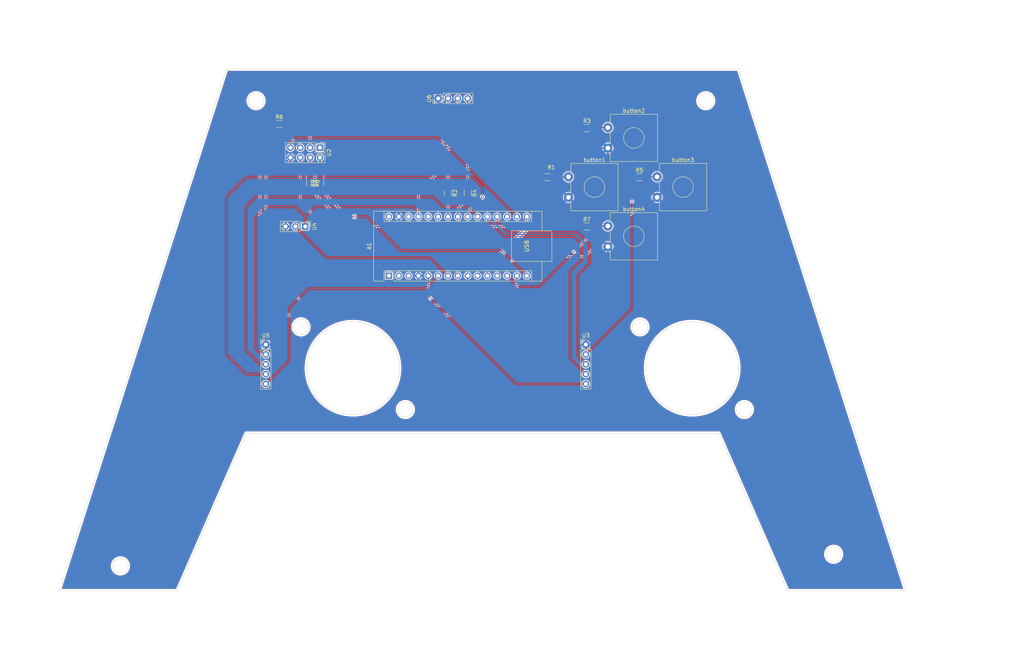
<source format=kicad_pcb>
(kicad_pcb (version 20221018) (generator pcbnew)
  (layers (0 "F.Cu" signal) (31 "B.Cu" signal) (34 "B.Paste" user) (35 "F.Paste" user) (36 "B.SilkS" user "B.Silkscreen") (37 "F.SilkS" user "F.Silkscreen") (38 "B.Mask" user) (39 "F.Mask" user) (44 "Edge.Cuts" user))
  (net 0 "")
  (net 4 "/GND")
  (net 5 "/D2")
  (net 6 "/D3")
  (net 7 "/D4")
  (net 8 "/D5")
  (net 9 "/D6")
  (net 10 "/D7")
  (net 11 "/D8")
  (net 12 "/D9")
  (net 13 "/D10")
  (net 14 "Net-(A1-MOSI)")
  (net 15 "/D12")
  (net 16 "Net-(A1-SCK)")
  (net 17 "/3V3")
  (net 19 "/A1")
  (net 20 "/A2")
  (net 21 "/A3")
  (net 22 "Net-(A1-SDA{slash}A4)")
  (net 23 "Net-(A1-SCL{slash}A5)")
  (net 26 "/5V")
  (net 29 "/A5")
  (net 30 "/A4")
  (net 31 "/D11")
  (net 32 "/D13")
  (net 33 "Net-(U2-MISO)")
  (net 35 "A0")
  (footprint "Button_Switch_THT:SW_CW_GPTS203211B" (layer "F.Cu") (at 197.45 78.63)
    (fp_text reference "button3" (at 6.7 -4.35) (layer "F.SilkS"))
    (fp_text value "R")
    (fp_line (start 0.6 -3.45) (end 12.8 -3.45) (stroke (width 0.12)) (layer "F.SilkS"))
    (fp_line (start 0.6 -1.46) (end 0.6 -3.45) (stroke (width 0.12)) (layer "F.SilkS"))
    (fp_line (start 0.6 1.46) (end 0.6 3.84) (stroke (width 0.12)) (layer "F.SilkS"))
    (fp_line (start 0.6 8.75) (end 0.6 6.76) (stroke (width 0.12)) (layer "F.SilkS"))
    (fp_line (start 12.8 -3.45) (end 12.8 8.75) (stroke (width 0.12)) (layer "F.SilkS"))
    (fp_line (start 12.8 8.75) (end 0.6 8.75) (stroke (width 0.12)) (layer "F.SilkS"))
    (fp_circle (center 6.7 2.65) (end 9.35 2.65) (stroke (width 0.12)) (fill none) (layer "F.SilkS"))
    (pad "1" thru_hole circle (at 0 0) (size 2.4 2.4) (drill 1.2) (layers "*.Cu" "*.Mask") (net 12 "/D9"))
    (pad "2" thru_hole circle (at 0 5.3) (size 2.4 2.4) (drill 1.2) (layers "*.Cu" "*.Mask") (net 4 "/GND"))
  )
  (footprint "Resistor_SMD:R_1206_3216Metric_Pad1.30x1.75mm_HandSolder" (layer "F.Cu") (at 110.49 80.29 90)
    (fp_text reference "R9" (at 0 -1.82 90) (layer "F.SilkS"))
    (fp_text value "330")
    (fp_line (start -0.727064 -0.91) (end 0.727064 -0.91) (stroke (width 0.12)) (layer "F.SilkS"))
    (fp_line (start -0.727064 0.91) (end 0.727064 0.91) (stroke (width 0.12)) (layer "F.SilkS"))
    (pad "1" smd roundrect (at -1.55 0 90) (size 1.3 1.75) (layers "F.Cu" "F.Paste" "F.Mask") (roundrect_rratio 0.1923076923) (net 15 "/D12"))
    (pad "2" smd roundrect (at 1.55 0 90) (size 1.3 1.75) (layers "F.Cu" "F.Paste" "F.Mask") (roundrect_rratio 0.1923076923) (net 33 "Net-(U2-MISO)"))
  )
  (footprint "Resistor_SMD:R_1206_3216Metric_Pad1.30x1.75mm_HandSolder" (layer "F.Cu") (at 100 65)
    (fp_text reference "R6" (at 0 -1.82) (layer "F.SilkS"))
    (fp_text value "330")
    (fp_line (start -0.727064 -0.91) (end 0.727064 -0.91) (stroke (width 0.12)) (layer "F.SilkS"))
    (fp_line (start -0.727064 0.91) (end 0.727064 0.91) (stroke (width 0.12)) (layer "F.SilkS"))
    (pad "1" smd roundrect (at -1.55 0) (size 1.3 1.75) (layers "F.Cu" "F.Paste" "F.Mask") (roundrect_rratio 0.1923076923) (net 14 "Net-(A1-MOSI)"))
    (pad "2" smd roundrect (at 1.55 0) (size 1.3 1.75) (layers "F.Cu" "F.Paste" "F.Mask") (roundrect_rratio 0.1923076923) (net 31 "/D11"))
  )
  (footprint "Connector_PinHeader_2.54mm:PinHeader_2x04_P2.54mm_Vertical" (layer "F.Cu") (at 110.49 71.12 -90)
    (fp_text reference "U2" (at 1.27 -2.33 90) (layer "F.SilkS"))
    (fp_text value "~")
    (fp_line (start -1.33 -1.33) (end 0 -1.33) (stroke (width 0.12)) (layer "F.SilkS"))
    (fp_line (start -1.33 0) (end -1.33 -1.33) (stroke (width 0.12)) (layer "F.SilkS"))
    (fp_line (start -1.33 1.27) (end -1.33 8.95) (stroke (width 0.12)) (layer "F.SilkS"))
    (fp_line (start -1.33 1.27) (end 1.27 1.27) (stroke (width 0.12)) (layer "F.SilkS"))
    (fp_line (start -1.33 8.95) (end 3.87 8.95) (stroke (width 0.12)) (layer "F.SilkS"))
    (fp_line (start 1.27 -1.33) (end 3.87 -1.33) (stroke (width 0.12)) (layer "F.SilkS"))
    (fp_line (start 1.27 1.27) (end 1.27 -1.33) (stroke (width 0.12)) (layer "F.SilkS"))
    (fp_line (start 3.87 -1.33) (end 3.87 8.95) (stroke (width 0.12)) (layer "F.SilkS"))
    (pad "1" thru_hole rect (at 0 0 270) (size 1.7 1.7) (drill 1) (layers "*.Cu" "*.Mask"))
    (pad "2" thru_hole oval (at 2.54 0 270) (size 1.7 1.7) (drill 1) (layers "*.Cu" "*.Mask") (net 33 "Net-(U2-MISO)"))
    (pad "3" thru_hole oval (at 0 2.54 270) (size 1.7 1.7) (drill 1) (layers "*.Cu" "*.Mask") (net 31 "/D11"))
    (pad "4" thru_hole oval (at 2.54 2.54 270) (size 1.7 1.7) (drill 1) (layers "*.Cu" "*.Mask") (net 32 "/D13"))
    (pad "5" thru_hole oval (at 0 5.08 270) (size 1.7 1.7) (drill 1) (layers "*.Cu" "*.Mask") (net 9 "/D6"))
    (pad "6" thru_hole oval (at 2.54 5.08 270) (size 1.7 1.7) (drill 1) (layers "*.Cu" "*.Mask") (net 8 "/D5"))
    (pad "7" thru_hole oval (at 0 7.62 270) (size 1.7 1.7) (drill 1) (layers "*.Cu" "*.Mask") (net 17 "/3V3"))
    (pad "8" thru_hole oval (at 2.54 7.62 270) (size 1.7 1.7) (drill 1) (layers "*.Cu" "*.Mask") (net 4 "/GND"))
  )
  (footprint "Module:Arduino_Nano" (layer "F.Cu") (at 128.27 104.14 90)
    (fp_text reference "A1" (at 7.62 -5.08 90) (layer "F.SilkS"))
    (fp_text value "Arduino_Nano_Every")
    (fp_text user "USB" (at 7.62 35.56 90 unlocked) (layer "F.SilkS"))
    (fp_line (start -1.4 -3.94) (end -1.4 -1.27) (stroke (width 0.12)) (layer "F.SilkS"))
    (fp_line (start -1.4 1.27) (end -1.4 39.5) (stroke (width 0.12)) (layer "F.SilkS"))
    (fp_line (start -1.4 39.5) (end 3.68 39.5) (stroke (width 0.12)) (layer "F.SilkS"))
    (fp_line (start 1.27 -1.27) (end -1.4 -1.27) (stroke (width 0.12)) (layer "F.SilkS"))
    (fp_line (start 1.27 1.27) (end -1.4 1.27) (stroke (width 0.12)) (layer "F.SilkS"))
    (fp_line (start 1.27 1.27) (end 1.27 -1.27) (stroke (width 0.12)) (layer "F.SilkS"))
    (fp_line (start 1.27 1.27) (end 1.27 36.83) (stroke (width 0.12)) (layer "F.SilkS"))
    (fp_line (start 1.27 36.83) (end -1.4 36.83) (stroke (width 0.12)) (layer "F.SilkS"))
    (fp_line (start 3.68 31.62) (end 11.56 31.62) (stroke (width 0.12)) (layer "F.SilkS"))
    (fp_line (start 3.68 42.04) (end 3.68 31.62) (stroke (width 0.12)) (layer "F.SilkS"))
    (fp_line (start 11.56 31.62) (end 11.56 42.04) (stroke (width 0.12)) (layer "F.SilkS"))
    (fp_line (start 11.56 42.04) (end 3.68 42.04) (stroke (width 0.12)) (layer "F.SilkS"))
    (fp_line (start 13.97 -1.27) (end 13.97 36.83) (stroke (width 0.12)) (layer "F.SilkS"))
    (fp_line (start 13.97 -1.27) (end 16.64 -1.27) (stroke (width 0.12)) (layer "F.SilkS"))
    (fp_line (start 13.97 36.83) (end 16.64 36.83) (stroke (width 0.12)) (layer "F.SilkS"))
    (fp_line (start 16.64 -3.94) (end -1.4 -3.94) (stroke (width 0.12)) (layer "F.SilkS"))
    (fp_line (start 16.64 39.5) (end 11.56 39.5) (stroke (width 0.12)) (layer "F.SilkS"))
    (fp_line (start 16.64 39.5) (end 16.64 -3.94) (stroke (width 0.12)) (layer "F.SilkS"))
    (pad "1" thru_hole rect (at 0 0 90) (size 1.6 1.6) (drill 1) (layers "*.Cu" "*.Mask"))
    (pad "2" thru_hole oval (at 0 2.54 90) (size 1.6 1.6) (drill 1) (layers "*.Cu" "*.Mask"))
    (pad "3" thru_hole oval (at 0 5.08 90) (size 1.6 1.6) (drill 1) (layers "*.Cu" "*.Mask"))
    (pad "4" thru_hole oval (at 0 7.62 90) (size 1.6 1.6) (drill 1) (layers "*.Cu" "*.Mask") (net 4 "/GND"))
    (pad "5" thru_hole oval (at 0 10.16 90) (size 1.6 1.6) (drill 1) (layers "*.Cu" "*.Mask") (net 5 "/D2"))
    (pad "6" thru_hole oval (at 0 12.7 90) (size 1.6 1.6) (drill 1) (layers "*.Cu" "*.Mask") (net 6 "/D3"))
    (pad "7" thru_hole oval (at 0 15.24 90) (size 1.6 1.6) (drill 1) (layers "*.Cu" "*.Mask") (net 7 "/D4"))
    (pad "8" thru_hole oval (at 0 17.78 90) (size 1.6 1.6) (drill 1) (layers "*.Cu" "*.Mask") (net 8 "/D5"))
    (pad "9" thru_hole oval (at 0 20.32 90) (size 1.6 1.6) (drill 1) (layers "*.Cu" "*.Mask") (net 9 "/D6"))
    (pad "10" thru_hole oval (at 0 22.86 90) (size 1.6 1.6) (drill 1) (layers "*.Cu" "*.Mask") (net 10 "/D7"))
    (pad "11" thru_hole oval (at 0 25.4 90) (size 1.6 1.6) (drill 1) (layers "*.Cu" "*.Mask") (net 11 "/D8"))
    (pad "12" thru_hole oval (at 0 27.94 90) (size 1.6 1.6) (drill 1) (layers "*.Cu" "*.Mask") (net 12 "/D9"))
    (pad "13" thru_hole oval (at 0 30.48 90) (size 1.6 1.6) (drill 1) (layers "*.Cu" "*.Mask") (net 13 "/D10"))
    (pad "14" thru_hole oval (at 0 33.02 90) (size 1.6 1.6) (drill 1) (layers "*.Cu" "*.Mask") (net 14 "Net-(A1-MOSI)"))
    (pad "15" thru_hole oval (at 0 35.56 90) (size 1.6 1.6) (drill 1) (layers "*.Cu" "*.Mask") (net 15 "/D12"))
    (pad "16" thru_hole oval (at 15.24 35.56 90) (size 1.6 1.6) (drill 1) (layers "*.Cu" "*.Mask") (net 16 "Net-(A1-SCK)"))
    (pad "17" thru_hole oval (at 15.24 33.02 90) (size 1.6 1.6) (drill 1) (layers "*.Cu" "*.Mask") (net 17 "/3V3"))
    (pad "18" thru_hole oval (at 15.24 30.48 90) (size 1.6 1.6) (drill 1) (layers "*.Cu" "*.Mask"))
    (pad "19" thru_hole oval (at 15.24 27.94 90) (size 1.6 1.6) (drill 1) (layers "*.Cu" "*.Mask") (net 35 "A0"))
    (pad "20" thru_hole oval (at 15.24 25.4 90) (size 1.6 1.6) (drill 1) (layers "*.Cu" "*.Mask") (net 19 "/A1"))
    (pad "21" thru_hole oval (at 15.24 22.86 90) (size 1.6 1.6) (drill 1) (layers "*.Cu" "*.Mask") (net 20 "/A2"))
    (pad "22" thru_hole oval (at 15.24 20.32 90) (size 1.6 1.6) (drill 1) (layers "*.Cu" "*.Mask") (net 21 "/A3"))
    (pad "23" thru_hole oval (at 15.24 17.78 90) (size 1.6 1.6) (drill 1) (layers "*.Cu" "*.Mask") (net 22 "Net-(A1-SDA{slash}A4)"))
    (pad "24" thru_hole oval (at 15.24 15.24 90) (size 1.6 1.6) (drill 1) (layers "*.Cu" "*.Mask") (net 23 "Net-(A1-SCL{slash}A5)"))
    (pad "25" thru_hole oval (at 15.24 12.7 90) (size 1.6 1.6) (drill 1) (layers "*.Cu" "*.Mask"))
    (pad "26" thru_hole oval (at 15.24 10.16 90) (size 1.6 1.6) (drill 1) (layers "*.Cu" "*.Mask"))
    (pad "27" thru_hole oval (at 15.24 7.62 90) (size 1.6 1.6) (drill 1) (layers "*.Cu" "*.Mask") (net 26 "/5V"))
    (pad "28" thru_hole oval (at 15.24 5.08 90) (size 1.6 1.6) (drill 1) (layers "*.Cu" "*.Mask"))
    (pad "29" thru_hole oval (at 15.24 2.54 90) (size 1.6 1.6) (drill 1) (layers "*.Cu" "*.Mask") (net 4 "/GND"))
    (pad "30" thru_hole oval (at 15.24 0 90) (size 1.6 1.6) (drill 1) (layers "*.Cu" "*.Mask"))
  )
  (footprint "Resistor_SMD:R_1206_3216Metric_Pad1.30x1.75mm_HandSolder" (layer "F.Cu") (at 192.9 78.74)
    (fp_text reference "R5" (at 0 -1.82) (layer "F.SilkS"))
    (fp_text value "R")
    (fp_line (start -0.727064 -0.91) (end 0.727064 -0.91) (stroke (width 0.12)) (layer "F.SilkS"))
    (fp_line (start -0.727064 0.91) (end 0.727064 0.91) (stroke (width 0.12)) (layer "F.SilkS"))
    (pad "1" smd roundrect (at -1.55 0) (size 1.3 1.75) (layers "F.Cu" "F.Paste" "F.Mask") (roundrect_rratio 0.1923076923) (net 26 "/5V"))
    (pad "2" smd roundrect (at 1.55 0) (size 1.3 1.75) (layers "F.Cu" "F.Paste" "F.Mask") (roundrect_rratio 0.1923076923) (net 12 "/D9"))
  )
  (footprint "Connector_PinHeader_2.54mm:PinHeader_1x05_P2.54mm_Vertical" (layer "F.Cu") (at 179.07 121.92)
    (fp_text reference "U3" (at 0 -2.33) (layer "F.SilkS"))
    (fp_text value "~")
    (fp_line (start -1.33 -1.33) (end 0 -1.33) (stroke (width 0.12)) (layer "F.SilkS"))
    (fp_line (start -1.33 0) (end -1.33 -1.33) (stroke (width 0.12)) (layer "F.SilkS"))
    (fp_line (start -1.33 1.27) (end -1.33 11.49) (stroke (width 0.12)) (layer "F.SilkS"))
    (fp_line (start -1.33 1.27) (end 1.33 1.27) (stroke (width 0.12)) (layer "F.SilkS"))
    (fp_line (start -1.33 11.49) (end 1.33 11.49) (stroke (width 0.12)) (layer "F.SilkS"))
    (fp_line (start 1.33 1.27) (end 1.33 11.49) (stroke (width 0.12)) (layer "F.SilkS"))
    (pad "1" thru_hole rect (at 0 0) (size 1.7 1.7) (drill 1) (layers "*.Cu" "*.Mask") (net 4 "/GND"))
    (pad "2" thru_hole oval (at 0 2.54) (size 1.7 1.7) (drill 1) (layers "*.Cu" "*.Mask") (net 26 "/5V"))
    (pad "3" thru_hole oval (at 0 5.08) (size 1.7 1.7) (drill 1) (layers "*.Cu" "*.Mask") (net 35 "A0"))
    (pad "4" thru_hole oval (at 0 7.62) (size 1.7 1.7) (drill 1) (layers "*.Cu" "*.Mask") (net 19 "/A1"))
    (pad "5" thru_hole oval (at 0 10.16) (size 1.7 1.7) (drill 1) (layers "*.Cu" "*.Mask") (net 5 "/D2"))
  )
  (footprint "Connector_PinHeader_2.54mm:PinHeader_1x05_P2.54mm_Vertical" (layer "F.Cu") (at 96.52 121.92)
    (fp_text reference "U5" (at 0 -2.33) (layer "F.SilkS"))
    (fp_text value "~")
    (fp_line (start -1.33 -1.33) (end 0 -1.33) (stroke (width 0.12)) (layer "F.SilkS"))
    (fp_line (start -1.33 0) (end -1.33 -1.33) (stroke (width 0.12)) (layer "F.SilkS"))
    (fp_line (start -1.33 1.27) (end -1.33 11.49) (stroke (width 0.12)) (layer "F.SilkS"))
    (fp_line (start -1.33 1.27) (end 1.33 1.27) (stroke (width 0.12)) (layer "F.SilkS"))
    (fp_line (start -1.33 11.49) (end 1.33 11.49) (stroke (width 0.12)) (layer "F.SilkS"))
    (fp_line (start 1.33 1.27) (end 1.33 11.49) (stroke (width 0.12)) (layer "F.SilkS"))
    (pad "1" thru_hole rect (at 0 0) (size 1.7 1.7) (drill 1) (layers "*.Cu" "*.Mask") (net 4 "/GND"))
    (pad "2" thru_hole oval (at 0 2.54) (size 1.7 1.7) (drill 1) (layers "*.Cu" "*.Mask") (net 26 "/5V"))
    (pad "3" thru_hole oval (at 0 5.08) (size 1.7 1.7) (drill 1) (layers "*.Cu" "*.Mask") (net 20 "/A2"))
    (pad "4" thru_hole oval (at 0 7.62) (size 1.7 1.7) (drill 1) (layers "*.Cu" "*.Mask") (net 21 "/A3"))
    (pad "5" thru_hole oval (at 0 10.16) (size 1.7 1.7) (drill 1) (layers "*.Cu" "*.Mask") (net 6 "/D3"))
  )
  (footprint "Resistor_SMD:R_1206_3216Metric_Pad1.30x1.75mm_HandSolder" (layer "F.Cu") (at 169.19 78.74)
    (fp_text reference "R1" (at 0.99 -2.54) (layer "F.SilkS"))
    (fp_text value "R")
    (fp_line (start -0.727064 -0.91) (end 0.727064 -0.91) (stroke (width 0.12)) (layer "F.SilkS"))
    (fp_line (start -0.727064 0.91) (end 0.727064 0.91) (stroke (width 0.12)) (layer "F.SilkS"))
    (pad "1" smd roundrect (at -1.55 0) (size 1.3 1.75) (layers "F.Cu" "F.Paste" "F.Mask") (roundrect_rratio 0.1923076923) (net 26 "/5V"))
    (pad "2" smd roundrect (at 1.55 0) (size 1.3 1.75) (layers "F.Cu" "F.Paste" "F.Mask") (roundrect_rratio 0.1923076923) (net 10 "/D7"))
  )
  (footprint "Connector_PinHeader_2.54mm:PinHeader_1x04_P2.54mm_Vertical" (layer "F.Cu") (at 140.97 58.42 90)
    (fp_text reference "U6" (at 0 -2.33 90) (layer "F.SilkS"))
    (fp_text value "~")
    (fp_line (start -1.33 -1.33) (end 0 -1.33) (stroke (width 0.12)) (layer "F.SilkS"))
    (fp_line (start -1.33 0) (end -1.33 -1.33) (stroke (width 0.12)) (layer "F.SilkS"))
    (fp_line (start -1.33 1.27) (end -1.33 8.95) (stroke (width 0.12)) (layer "F.SilkS"))
    (fp_line (start -1.33 1.27) (end 1.33 1.27) (stroke (width 0.12)) (layer "F.SilkS"))
    (fp_line (start -1.33 8.95) (end 1.33 8.95) (stroke (width 0.12)) (layer "F.SilkS"))
    (fp_line (start 1.33 1.27) (end 1.33 8.95) (stroke (width 0.12)) (layer "F.SilkS"))
    (pad "1" thru_hole rect (at 0 0 90) (size 1.7 1.7) (drill 1) (layers "*.Cu" "*.Mask") (net 4 "/GND"))
    (pad "2" thru_hole oval (at 0 2.54 90) (size 1.7 1.7) (drill 1) (layers "*.Cu" "*.Mask") (net 26 "/5V"))
    (pad "3" thru_hole oval (at 0 5.08 90) (size 1.7 1.7) (drill 1) (layers "*.Cu" "*.Mask") (net 29 "/A5"))
    (pad "4" thru_hole oval (at 0 7.62 90) (size 1.7 1.7) (drill 1) (layers "*.Cu" "*.Mask") (net 30 "/A4"))
  )
  (footprint "Resistor_SMD:R_1206_3216Metric_Pad1.30x1.75mm_HandSolder" (layer "F.Cu") (at 143.51 82.83 -90)
    (fp_text reference "R2" (at 0 -1.82 90) (layer "F.SilkS"))
    (fp_text value "330")
    (fp_line (start -0.727064 -0.91) (end 0.727064 -0.91) (stroke (width 0.12)) (layer "F.SilkS"))
    (fp_line (start -0.727064 0.91) (end 0.727064 0.91) (stroke (width 0.12)) (layer "F.SilkS"))
    (pad "1" smd roundrect (at -1.55 0 270) (size 1.3 1.75) (layers "F.Cu" "F.Paste" "F.Mask") (roundrect_rratio 0.1923076923) (net 29 "/A5"))
    (pad "2" smd roundrect (at 1.55 0 270) (size 1.3 1.75) (layers "F.Cu" "F.Paste" "F.Mask") (roundrect_rratio 0.1923076923) (net 23 "Net-(A1-SCL{slash}A5)"))
  )
  (footprint "Resistor_SMD:R_1206_3216Metric_Pad1.30x1.75mm_HandSolder" (layer "F.Cu") (at 107.95 80.29 -90)
    (fp_text reference "R8" (at 0 -1.82 90) (layer "F.SilkS"))
    (fp_text value "330")
    (fp_line (start -0.727064 -0.91) (end 0.727064 -0.91) (stroke (width 0.12)) (layer "F.SilkS"))
    (fp_line (start -0.727064 0.91) (end 0.727064 0.91) (stroke (width 0.12)) (layer "F.SilkS"))
    (pad "1" smd roundrect (at -1.55 0 270) (size 1.3 1.75) (layers "F.Cu" "F.Paste" "F.Mask") (roundrect_rratio 0.1923076923) (net 32 "/D13"))
    (pad "2" smd roundrect (at 1.55 0 270) (size 1.3 1.75) (layers "F.Cu" "F.Paste" "F.Mask") (roundrect_rratio 0.1923076923) (net 16 "Net-(A1-SCK)"))
  )
  (footprint "Button_Switch_THT:SW_CW_GPTS203211B" (layer "F.Cu") (at 184.75 91.33)
    (fp_text reference "button4" (at 6.7 -4.35) (layer "F.SilkS"))
    (fp_text value "R")
    (fp_line (start 0.6 -3.45) (end 12.8 -3.45) (stroke (width 0.12)) (layer "F.SilkS"))
    (fp_line (start 0.6 -1.46) (end 0.6 -3.45) (stroke (width 0.12)) (layer "F.SilkS"))
    (fp_line (start 0.6 1.46) (end 0.6 3.84) (stroke (width 0.12)) (layer "F.SilkS"))
    (fp_line (start 0.6 8.75) (end 0.6 6.76) (stroke (width 0.12)) (layer "F.SilkS"))
    (fp_line (start 12.8 -3.45) (end 12.8 8.75) (stroke (width 0.12)) (layer "F.SilkS"))
    (fp_line (start 12.8 8.75) (end 0.6 8.75) (stroke (width 0.12)) (layer "F.SilkS"))
    (fp_circle (center 6.7 2.65) (end 9.35 2.65) (stroke (width 0.12)) (fill none) (layer "F.SilkS"))
    (pad "1" thru_hole circle (at 0 0) (size 2.4 2.4) (drill 1.2) (layers "*.Cu" "*.Mask") (net 13 "/D10"))
    (pad "2" thru_hole circle (at 0 5.3) (size 2.4 2.4) (drill 1.2) (layers "*.Cu" "*.Mask") (net 4 "/GND"))
  )
  (footprint "Button_Switch_THT:SW_CW_GPTS203211B" (layer "F.Cu") (at 184.75 65.93)
    (fp_text reference "button2" (at 6.7 -4.35) (layer "F.SilkS"))
    (fp_text value "R")
    (fp_line (start 0.6 -3.45) (end 12.8 -3.45) (stroke (width 0.12)) (layer "F.SilkS"))
    (fp_line (start 0.6 -1.46) (end 0.6 -3.45) (stroke (width 0.12)) (layer "F.SilkS"))
    (fp_line (start 0.6 1.46) (end 0.6 3.84) (stroke (width 0.12)) (layer "F.SilkS"))
    (fp_line (start 0.6 8.75) (end 0.6 6.76) (stroke (width 0.12)) (layer "F.SilkS"))
    (fp_line (start 12.8 -3.45) (end 12.8 8.75) (stroke (width 0.12)) (layer "F.SilkS"))
    (fp_line (start 12.8 8.75) (end 0.6 8.75) (stroke (width 0.12)) (layer "F.SilkS"))
    (fp_circle (center 6.7 2.65) (end 9.35 2.65) (stroke (width 0.12)) (fill none) (layer "F.SilkS"))
    (pad "1" thru_hole circle (at 0 0) (size 2.4 2.4) (drill 1.2) (layers "*.Cu" "*.Mask") (net 11 "/D8"))
    (pad "2" thru_hole circle (at 0 5.3) (size 2.4 2.4) (drill 1.2) (layers "*.Cu" "*.Mask") (net 4 "/GND"))
  )
  (footprint "Resistor_SMD:R_1206_3216Metric_Pad1.30x1.75mm_HandSolder" (layer "F.Cu") (at 179.35 91.44)
    (fp_text reference "R7" (at 0 -1.82) (layer "F.SilkS"))
    (fp_text value "R")
    (fp_line (start -0.727064 -0.91) (end 0.727064 -0.91) (stroke (width 0.12)) (layer "F.SilkS"))
    (fp_line (start -0.727064 0.91) (end 0.727064 0.91) (stroke (width 0.12)) (layer "F.SilkS"))
    (pad "1" smd roundrect (at -1.55 0) (size 1.3 1.75) (layers "F.Cu" "F.Paste" "F.Mask") (roundrect_rratio 0.1923076923) (net 26 "/5V"))
    (pad "2" smd roundrect (at 1.55 0) (size 1.3 1.75) (layers "F.Cu" "F.Paste" "F.Mask") (roundrect_rratio 0.1923076923) (net 13 "/D10"))
  )
  (footprint "Resistor_SMD:R_1206_3216Metric_Pad1.30x1.75mm_HandSolder" (layer "F.Cu") (at 148.59 82.83 -90)
    (fp_text reference "R4" (at 0 -1.82 90) (layer "F.SilkS"))
    (fp_text value "330")
    (fp_line (start -0.727064 -0.91) (end 0.727064 -0.91) (stroke (width 0.12)) (layer "F.SilkS"))
    (fp_line (start -0.727064 0.91) (end 0.727064 0.91) (stroke (width 0.12)) (layer "F.SilkS"))
    (pad "1" smd roundrect (at -1.55 0 270) (size 1.3 1.75) (layers "F.Cu" "F.Paste" "F.Mask") (roundrect_rratio 0.1923076923) (net 30 "/A4"))
    (pad "2" smd roundrect (at 1.55 0 270) (size 1.3 1.75) (layers "F.Cu" "F.Paste" "F.Mask") (roundrect_rratio 0.1923076923) (net 22 "Net-(A1-SDA{slash}A4)"))
  )
  (footprint "Connector_PinHeader_2.54mm:PinHeader_1x03_P2.54mm_Vertical" (layer "F.Cu") (at 106.68 91.44 -90)
    (fp_text reference "U4" (at 0 -2.33 90) (layer "F.SilkS"))
    (fp_text value "~")
    (fp_line (start -1.33 -1.33) (end 0 -1.33) (stroke (width 0.12)) (layer "F.SilkS"))
    (fp_line (start -1.33 0) (end -1.33 -1.33) (stroke (width 0.12)) (layer "F.SilkS"))
    (fp_line (start -1.33 1.27) (end -1.33 6.41) (stroke (width 0.12)) (layer "F.SilkS"))
    (fp_line (start -1.33 1.27) (end 1.33 1.27) (stroke (width 0.12)) (layer "F.SilkS"))
    (fp_line (start -1.33 6.41) (end 1.33 6.41) (stroke (width 0.12)) (layer "F.SilkS"))
    (fp_line (start 1.33 1.27) (end 1.33 6.41) (stroke (width 0.12)) (layer "F.SilkS"))
    (pad "1" thru_hole rect (at 0 0 270) (size 1.7 1.7) (drill 1) (layers "*.Cu" "*.Mask") (net 26 "/5V"))
    (pad "2" thru_hole oval (at 0 2.54 270) (size 1.7 1.7) (drill 1) (layers "*.Cu" "*.Mask") (net 7 "/D4"))
    (pad "3" thru_hole oval (at 0 5.08 270) (size 1.7 1.7) (drill 1) (layers "*.Cu" "*.Mask") (net 4 "/GND"))
  )
  (footprint "Resistor_SMD:R_1206_3216Metric_Pad1.30x1.75mm_HandSolder" (layer "F.Cu") (at 179.35 66.04)
    (fp_text reference "R3" (at 0 -1.82) (layer "F.SilkS"))
    (fp_text value "R")
    (fp_line (start -0.727064 -0.91) (end 0.727064 -0.91) (stroke (width 0.12)) (layer "F.SilkS"))
    (fp_line (start -0.727064 0.91) (end 0.727064 0.91) (stroke (width 0.12)) (layer "F.SilkS"))
    (pad "1" smd roundrect (at -1.55 0) (size 1.3 1.75) (layers "F.Cu" "F.Paste" "F.Mask") (roundrect_rratio 0.1923076923) (net 26 "/5V"))
    (pad "2" smd roundrect (at 1.55 0) (size 1.3 1.75) (layers "F.Cu" "F.Paste" "F.Mask") (roundrect_rratio 0.1923076923) (net 11 "/D8"))
  )
  (footprint "Button_Switch_THT:SW_CW_GPTS203211B" (layer "F.Cu") (at 174.59 78.63)
    (fp_text reference "button1" (at 6.7 -4.35) (layer "F.SilkS"))
    (fp_text value "R")
    (fp_line (start 0.6 -3.45) (end 12.8 -3.45) (stroke (width 0.12)) (layer "F.SilkS"))
    (fp_line (start 0.6 -1.46) (end 0.6 -3.45) (stroke (width 0.12)) (layer "F.SilkS"))
    (fp_line (start 0.6 1.46) (end 0.6 3.84) (stroke (width 0.12)) (layer "F.SilkS"))
    (fp_line (start 0.6 8.75) (end 0.6 6.76) (stroke (width 0.12)) (layer "F.SilkS"))
    (fp_line (start 12.8 -3.45) (end 12.8 8.75) (stroke (width 0.12)) (layer "F.SilkS"))
    (fp_line (start 12.8 8.75) (end 0.6 8.75) (stroke (width 0.12)) (layer "F.SilkS"))
    (fp_circle (center 6.7 2.65) (end 9.35 2.65) (stroke (width 0.12)) (fill none) (layer "F.SilkS"))
    (pad "1" thru_hole circle (at 0 0) (size 2.4 2.4) (drill 1.2) (layers "*.Cu" "*.Mask") (net 10 "/D7"))
    (pad "2" thru_hole circle (at 0 5.3) (size 2.4 2.4) (drill 1.2) (layers "*.Cu" "*.Mask") (net 4 "/GND"))
  )
  (gr_circle (center 132.508 138.668) (end 134.508 138.668) (stroke (width 0.1)) (fill none) (layer "Edge.Cuts"))
  (gr_circle (center 119 128) (end 131 128) (stroke (width 0.1)) (fill none) (layer "Edge.Cuts"))
  (gr_circle (center 59 179) (end 61 179) (stroke (width 0.1)) (fill none) (layer "Edge.Cuts"))
  (gr_line (start 91.44 144.78) (end 213.36 144.78) (stroke (width 0.1)) (layer "Edge.Cuts"))
  (gr_line (start 218.44 50.8) (end 261.62 185.42) (stroke (width 0.1)) (layer "Edge.Cuts"))
  (gr_circle (center 210 59) (end 212 59) (stroke (width 0.1)) (fill none) (layer "Edge.Cuts"))
  (gr_line (start 86.36 50.8) (end 43.18 185.42) (stroke (width 0.1)) (layer "Edge.Cuts"))
  (gr_circle (center 94 59) (end 96 59) (stroke (width 0.1)) (fill none) (layer "Edge.Cuts"))
  (gr_circle (center 105.584 117.348) (end 107.584 117.348) (stroke (width 0.1)) (fill none) (layer "Edge.Cuts"))
  (gr_circle (center 193.04 117.348) (end 195.04 117.348) (stroke (width 0.1)) (fill none) (layer "Edge.Cuts"))
  (gr_circle (center 243 176) (end 245 176) (stroke (width 0.1)) (fill none) (layer "Edge.Cuts"))
  (gr_line (start 91.44 144.78) (end 73.66 185.42) (stroke (width 0.1)) (layer "Edge.Cuts"))
  (gr_line (start 86.36 50.8) (end 218.44 50.8) (stroke (width 0.1)) (layer "Edge.Cuts"))
  (gr_circle (center 219.964 138.668) (end 221.964 138.668) (stroke (width 0.1)) (fill none) (layer "Edge.Cuts"))
  (gr_line (start 213.36 144.78) (end 231.14 185.42) (stroke (width 0.1)) (layer "Edge.Cuts"))
  (gr_line (start 43.18 185.42) (end 73.66 185.42) (stroke (width 0.1)) (layer "Edge.Cuts"))
  (gr_line (start 261.62 185.42) (end 231.14 185.42) (stroke (width 0.1)) (layer "Edge.Cuts"))
  (gr_circle (center 206.5 128) (end 218.5 128) (stroke (width 0.1)) (fill none) (layer "Edge.Cuts"))
  (segment (start 140.97 74.93) (end 130.81 85.09) (width 0.25) (layer "F.Cu") (net 4))
  (segment (start 174.59 83.93) (end 184.75 73.77) (width 0.25) (layer "F.Cu") (net 4))
  (segment (start 102.87 73.66) (end 101.6 74.93) (width 0.25) (layer "F.Cu") (net 4))
  (segment (start 130.81 85.09) (end 130.81 88.9) (width 0.25) (layer "F.Cu") (net 4))
  (segment (start 184.75 73.77) (end 184.75 71.23) (width 0.25) (layer "F.Cu") (net 4))
  (segment (start 101.6 74.93) (end 101.6 91.44) (width 0.25) (layer "F.Cu") (net 4))
  (segment (start 140.97 58.42) (end 140.97 74.93) (width 0.25) (layer "F.Cu") (net 4))
  (segment (start 197.45 83.93) (end 184.75 96.63) (width 0.25) (layer "F.Cu") (net 4))
  (segment (start 197.45 83.93) (end 184.75 71.23) (width 0.25) (layer "B.Cu") (net 4))
  (segment (start 184.75 96.63) (end 184.75 116.24) (width 0.25) (layer "B.Cu") (net 4))
  (segment (start 154 56) (end 143.39 56) (width 0.25) (layer "B.Cu") (net 4))
  (segment (start 96.52 115.824) (end 96.52 121.92) (width 0.25) (layer "B.Cu") (net 4))
  (segment (start 184.75 71.23) (end 169.23 71.23) (width 0.25) (layer "B.Cu") (net 4))
  (segment (start 101.6 91.44) (end 101.6 110.744) (width 0.25) (layer "B.Cu") (net 4))
  (segment (start 101.6 110.744) (end 96.52 115.824) (width 0.25) (layer "B.Cu") (net 4))
  (segment (start 143.39 56) (end 140.97 58.42) (width 0.25) (layer "B.Cu") (net 4))
  (segment (start 169.23 71.23) (end 154 56) (width 0.25) (layer "B.Cu") (net 4))
  (segment (start 184.75 116.24) (end 179.07 121.92) (width 0.25) (layer "B.Cu") (net 4))
  (segment (start 138.43 104.14) (end 138.43 109.43) (width 0.2) (layer "F.Cu") (net 5))
  (segment (start 138.43 109.43) (end 139 110) (width 0.2) (layer "F.Cu") (net 5))
  (via (at 139 110) (size 0.6) (drill 0.3) (layers "F.Cu" "B.Cu") (net 5))
  (segment (start 179.07 132.08) (end 161.08 132.08) (width 0.2) (layer "B.Cu") (net 5))
  (segment (start 161.08 132.08) (end 139 110) (width 0.2) (layer "B.Cu") (net 5))
  (segment (start 102.5 112.5) (end 107.5 107.5) (width 0.2) (layer "B.Cu") (net 6))
  (segment (start 107.5 107.5) (end 137.61 107.5) (width 0.2) (layer "B.Cu") (net 6))
  (segment (start 102.5 126.1) (end 102.5 112.5) (width 0.2) (layer "B.Cu") (net 6))
  (segment (start 96.52 132.08) (end 102.5 126.1) (width 0.2) (layer "B.Cu") (net 6))
  (segment (start 137.61 107.5) (end 140.97 104.14) (width 0.2) (layer "B.Cu") (net 6))
  (segment (start 104.14 91.44) (end 112.2 99.5) (width 0.2) (layer "B.Cu") (net 7))
  (segment (start 112.2 99.5) (end 138.87 99.5) (width 0.2) (layer "B.Cu") (net 7))
  (segment (start 140.97 101.6) (end 143.51 104.14) (width 0.25) (layer "B.Cu") (net 7))
  (segment (start 138.87 99.5) (end 140.97 101.6) (width 0.2) (layer "B.Cu") (net 7))
  (segment (start 118.92 98.6) (end 105.41 85.09) (width 0.25) (layer "F.Cu") (net 8))
  (segment (start 140.51 98.6) (end 118.92 98.6) (width 0.25) (layer "F.Cu") (net 8))
  (segment (start 146.05 104.14) (end 140.51 98.6) (width 0.25) (layer "F.Cu") (net 8))
  (segment (start 105.41 85.09) (end 105.41 73.66) (width 0.25) (layer "F.Cu") (net 8))
  (segment (start 106.68 111.76) (end 142.24 111.76) (width 0.25) (layer "F.Cu") (net 9))
  (segment (start 102.87 68.58) (end 99.06 68.58) (width 0.25) (layer "F.Cu") (net 9))
  (segment (start 105.41 71.12) (end 102.87 68.58) (width 0.25) (layer "F.Cu") (net 9))
  (segment (start 148.59 105.41) (end 148.59 104.14) (width 0.25) (layer "F.Cu") (net 9))
  (segment (start 96.52 101.6) (end 106.68 111.76) (width 0.25) (layer "F.Cu") (net 9))
  (segment (start 142.24 111.76) (end 148.59 105.41) (width 0.25) (layer "F.Cu") (net 9))
  (segment (start 99.06 68.58) (end 96.52 71.12) (width 0.25) (layer "F.Cu") (net 9))
  (segment (start 96.52 71.12) (end 96.52 101.6) (width 0.25) (layer "F.Cu") (net 9))
  (segment (start 174.59 78.63) (end 170.85 78.63) (width 0.25) (layer "F.Cu") (net 10))
  (segment (start 170.74 84.53) (end 170.74 78.74) (width 0.2) (layer "F.Cu") (net 10))
  (segment (start 151.13 104.14) (end 170.74 84.53) (width 0.2) (layer "F.Cu") (net 10))
  (segment (start 170.74 78.74) (end 170.688 78.792) (width 0.25) (layer "F.Cu") (net 10))
  (segment (start 153.67 104.14) (end 153.67 102.728679) (width 0.2) (layer "F.Cu") (net 11))
  (segment (start 177 79) (end 177 69.94) (width 0.2) (layer "F.Cu") (net 11))
  (segment (start 172 82.161321) (end 173.161321 81) (width 0.2) (layer "F.Cu") (net 11))
  (segment (start 180.9 66.04) (end 180.848 65.988) (width 0.25) (layer "F.Cu") (net 11))
  (segment (start 175 81) (end 177 79) (width 0.2) (layer "F.Cu") (net 11))
  (segment (start 153.67 102.728679) (end 172 84.398679) (width 0.2) (layer "F.Cu") (net 11))
  (segment (start 172 84.398679) (end 172 82.161321) (width 0.2) (layer "F.Cu") (net 11))
  (segment (start 181.01 65.93) (end 184.75 65.93) (width 0.25) (layer "F.Cu") (net 11))
  (segment (start 177 69.94) (end 180.9 66.04) (width 0.2) (layer "F.Cu") (net 11))
  (segment (start 173.161321 81) (end 175 81) (width 0.2) (layer "F.Cu") (net 11))
  (segment (start 194.45 84.55) (end 194.45 84.442) (width 0.2) (layer "F.Cu") (net 12))
  (segment (start 185 94) (end 194.45 84.55) (width 0.2) (layer "F.Cu") (net 12))
  (segment (start 194.56 78.63) (end 197.45 78.63) (width 0.25) (layer "F.Cu") (net 12))
  (segment (start 184 94) (end 178.825 99.175) (width 0.2) (layer "F.Cu") (net 12))
  (segment (start 185 94) (end 184 94) (width 0.2) (layer "F.Cu") (net 12))
  (segment (start 156.21 104.14) (end 161.175 99.175) (width 0.2) (layer "F.Cu") (net 12))
  (segment (start 194.45 78.74) (end 194.56 78.63) (width 0.25) (layer "F.Cu") (net 12))
  (segment (start 194.45 78.74) (end 194.45 84.442) (width 0.25) (layer "F.Cu") (net 12))
  (segment (start 178.825 99.175) (end 161.175 99.175) (width 0.2) (layer "F.Cu") (net 12))
  (segment (start 179 95) (end 176 98) (width 0.2) (layer "F.Cu") (net 13))
  (segment (start 179 95) (end 180.9 93.1) (width 0.2) (layer "F.Cu") (net 13))
  (segment (start 180.9 93.1) (end 180.9 91.44) (width 0.2) (layer "F.Cu") (net 13))
  (segment (start 181.01 91.33) (end 180.9 91.44) (width 0.25) (layer "F.Cu") (net 13))
  (segment (start 184.75 91.33) (end 181.01 91.33) (width 0.25) (layer "F.Cu") (net 13))
  (via (at 176 98) (size 0.6) (drill 0.3) (layers "F.Cu" "B.Cu") (net 13))
  (segment (start 161.61 107) (end 167 107) (width 0.2) (layer "B.Cu") (net 13))
  (segment (start 176 98) (end 167 107) (width 0.2) (layer "B.Cu") (net 13))
  (segment (start 158.75 104.14) (end 161.61 107) (width 0.2) (layer "B.Cu") (net 13))
  (segment (start 101.8 114.3) (end 104.14 114.3) (width 0.25) (layer "F.Cu") (net 14))
  (segment (start 95 68.45) (end 95 107.5) (width 0.25) (layer "F.Cu") (net 14))
  (segment (start 104.14 114.3) (end 151.13 114.3) (width 0.25) (layer "F.Cu") (net 14))
  (segment (start 157.1 114.3) (end 151.13 114.3) (width 0.2) (layer "F.Cu") (net 14))
  (segment (start 98.45 65) (end 95 68.45) (width 0.25) (layer "F.Cu") (net 14))
  (segment (start 95 107.5) (end 101.8 114.3) (width 0.25) (layer "F.Cu") (net 14))
  (segment (start 161.29 104.14) (end 161.29 110.11) (width 0.2) (layer "F.Cu") (net 14))
  (segment (start 161.29 110.11) (end 157.1 114.3) (width 0.2) (layer "F.Cu") (net 14))
  (segment (start 110.49 81.84) (end 117.55 88.9) (width 0.25) (layer "F.Cu") (net 15))
  (segment (start 117.55 88.9) (end 119.38 88.9) (width 0.25) (layer "F.Cu") (net 15))
  (via (at 119.38 88.9) (size 0.8) (drill 0.4) (layers "F.Cu" "B.Cu") (net 15))
  (segment (start 122.6 88.9) (end 131.4 97.7) (width 0.25) (layer "B.Cu") (net 15))
  (segment (start 157.39 97.7) (end 163.83 104.14) (width 0.25) (layer "B.Cu") (net 15))
  (segment (start 131.4 97.7) (end 157.39 97.7) (width 0.25) (layer "B.Cu") (net 15))
  (segment (start 119.38 88.9) (end 122.6 88.9) (width 0.25) (layer "B.Cu") (net 15))
  (segment (start 117.55 91.44) (end 161.29 91.44) (width 0.25) (layer "F.Cu") (net 16))
  (segment (start 107.95 81.84) (end 117.55 91.44) (width 0.25) (layer "F.Cu") (net 16))
  (segment (start 161.29 91.44) (end 163.83 88.9) (width 0.25) (layer "F.Cu") (net 16))
  (segment (start 102.87 71.12) (end 102.87 69.85) (width 0.25) (layer "B.Cu") (net 17))
  (segment (start 140.97 68.58) (end 161.29 88.9) (width 0.25) (layer "B.Cu") (net 17))
  (segment (start 104.14 68.58) (end 140.97 68.58) (width 0.25) (layer "B.Cu") (net 17))
  (segment (start 102.87 69.85) (end 104.14 68.58) (width 0.25) (layer "B.Cu") (net 17))
  (segment (start 153.67 89.67) (end 153.67 88.9) (width 0.2) (layer "B.Cu") (net 19))
  (segment (start 178 96) (end 176 94) (width 0.2) (layer "B.Cu") (net 19))
  (segment (start 179.07 129.54) (end 175 125.47) (width 0.2) (layer "B.Cu") (net 19))
  (segment (start 178 100) (end 178 96) (width 0.2) (layer "B.Cu") (net 19))
  (segment (start 175 125.47) (end 175 103) (width 0.2) (layer "B.Cu") (net 19))
  (segment (start 158 94) (end 153.67 89.67) (width 0.2) (layer "B.Cu") (net 19))
  (segment (start 176 94) (end 158 94) (width 0.2) (layer "B.Cu") (net 19))
  (segment (start 175 103) (end 178 100) (width 0.2) (layer "B.Cu") (net 19))
  (segment (start 91.44 86.36) (end 91.44 123.44) (width 0.25) (layer "B.Cu") (net 20))
  (segment (start 93.98 83.82) (end 91.44 86.36) (width 0.25) (layer "B.Cu") (net 20))
  (segment (start 91.44 123.44) (end 95 127) (width 0.25) (layer "B.Cu") (net 20))
  (segment (start 148.59 86.36) (end 142.24 86.36) (width 0.25) (layer "B.Cu") (net 20))
  (segment (start 139.7 83.82) (end 93.98 83.82) (width 0.25) (layer "B.Cu") (net 20))
  (segment (start 151.13 88.9) (end 148.59 86.36) (width 0.25) (layer "B.Cu") (net 20))
  (segment (start 142.24 86.36) (end 139.7 83.82) (width 0.25) (layer "B.Cu") (net 20))
  (segment (start 95 127) (end 96.52 127) (width 0.25) (layer "B.Cu") (net 20))
  (segment (start 148.59 87.63) (end 148.59 88.9) (width 0.25) (layer "F.Cu") (net 21))
  (segment (start 152.4 83.82) (end 148.59 87.63) (width 0.25) (layer "F.Cu") (net 21))
  (via (at 152.4 83.82) (size 0.8) (drill 0.4) (layers "F.Cu" "B.Cu") (net 21))
  (segment (start 96.52 129.54) (end 91.44 129.54) (width 0.25) (layer "B.Cu") (net 21))
  (segment (start 86.36 83.82) (end 91.44 78.74) (width 0.25) (layer "B.Cu") (net 21))
  (segment (start 152.4 81.28) (end 152.4 83.82) (width 0.25) (layer "B.Cu") (net 21))
  (segment (start 86.36 124.46) (end 86.36 83.82) (width 0.25) (layer "B.Cu") (net 21))
  (segment (start 149.86 78.74) (end 152.4 81.28) (width 0.25) (layer "B.Cu") (net 21))
  (segment (start 91.44 129.54) (end 86.36 124.46) (width 0.25) (layer "B.Cu") (net 21))
  (segment (start 91.44 78.74) (end 149.86 78.74) (width 0.25) (layer "B.Cu") (net 21))
  (segment (start 146.05 86.92) (end 146.05 88.9) (width 0.25) (layer "F.Cu") (net 22))
  (segment (start 148.59 84.38) (end 146.05 86.92) (width 0.25) (layer "F.Cu") (net 22))
  (segment (start 143.51 84.38) (end 143.51 88.9) (width 0.25) (layer "F.Cu") (net 23))
  (segment (start 143.51 58.42) (end 142.24 59.69) (width 0.25) (layer "F.Cu") (net 26))
  (segment (start 191.35 78.74) (end 191.35 79.151827) (width 0.25) (layer "F.Cu") (net 26))
  (segment (start 167.5 75) (end 167.5 78.6) (width 0.2) (layer "F.Cu") (net 26))
  (segment (start 135.89 82.55) (end 135.89 88.9) (width 0.25) (layer "F.Cu") (net 26))
  (segment (start 177.8 88.9) (end 177.8 91.44) (width 0.25) (layer "F.Cu") (net 26))
  (segment (start 187 64) (end 179 64) (width 0.25) (layer "F.Cu") (net 26))
  (segment (start 191.35 78.74) (end 191.35 68.35) (width 0.25) (layer "F.Cu") (net 26))
  (segment (start 184.141827 86.36) (end 180.34 86.36) (width 0.25) (layer "F.Cu") (net 26))
  (segment (start 152 56) (end 145.93 56) (width 0.2) (layer "F.Cu") (net 26))
  (segment (start 142.24 76.2) (end 135.89 82.55) (width 0.25) (layer "F.Cu") (net 26))
  (segment (start 180.34 86.36) (end 177.8 88.9) (width 0.25) (layer "F.Cu") (net 26))
  (segment (start 191.35 79.151827) (end 184.141827 86.36) (width 0.25) (layer "F.Cu") (net 26))
  (segment (start 142.24 59.69) (end 142.24 76.2) (width 0.25) (layer "F.Cu") (net 26))
  (segment (start 179 64) (end 177.8 65.2) (width 0.25) (layer "F.Cu") (net 26))
  (segment (start 191.35 68.35) (end 187 64) (width 0.25) (layer "F.Cu") (net 26))
  (segment (start 177.8 65.2) (end 177.8 66.04) (width 0.25) (layer "F.Cu") (net 26))
  (segment (start 177 66.04) (end 176.46 66.04) (width 0.2) (layer "F.Cu") (net 26))
  (segment (start 145.93 56) (end 143.51 58.42) (width 0.2) (layer "F.Cu") (net 26))
  (segment (start 191 79.09) (end 191.35 78.74) (width 0.2) (layer "F.Cu") (net 26))
  (segment (start 162.04 66.04) (end 152 56) (width 0.2) (layer "F.Cu") (net 26))
  (segment (start 191 85) (end 191 79.09) (width 0.2) (layer "F.Cu") (net 26))
  (segment (start 177.8 66.04) (end 177 66.04) (width 0.2) (layer "F.Cu") (net 26))
  (segment (start 167.5 78.6) (end 167.64 78.74) (width 0.2) (layer "F.Cu") (net 26))
  (segment (start 176.46 66.04) (end 167.5 75) (width 0.2) (layer "F.Cu") (net 26))
  (segment (start 177 66.04) (end 162.04 66.04) (width 0.2) (layer "F.Cu") (net 26))
  (via (at 191 85) (size 0.6) (drill 0.3) (layers "F.Cu" "B.Cu") (net 26))
  (segment (start 106.68 88.9) (end 109.22 86.36) (width 0.25) (layer "B.Cu") (net 26))
  (segment (start 93.98 122.98) (end 93.98 115) (width 0.25) (layer "B.Cu") (net 26))
  (segment (start 106.68 91.44) (end 106.68 88.9) (width 0.25) (layer "B.Cu") (net 26))
  (segment (start 93.98 115) (end 93.98 88.9) (width 0.25) (layer "B.Cu") (net 26))
  (segment (start 95 124) (end 93.98 122.98) (width 0.25) (layer "B.Cu") (net 26))
  (segment (start 179.07 124.46) (end 191 112.53) (width 0.2) (layer "B.Cu") (net 26))
  (segment (start 93.98 88.9) (end 96.52 86.36) (width 0.25) (layer "B.Cu") (net 26))
  (segment (start 104.14 86.36) (end 106.68 88.9) (width 0.25) (layer "B.Cu") (net 26))
  (segment (start 134.62 86.36) (end 135.89 87.63) (width 0.25) (layer "B.Cu") (net 26))
  (segment (start 96.06 124) (end 95 124) (width 0.25) (layer "B.Cu") (net 26))
  (segment (start 109.22 86.36) (end 134.62 86.36) (width 0.25) (layer "B.Cu") (net 26))
  (segment (start 135.89 87.63) (end 135.89 88.9) (width 0.25) (layer "B.Cu") (net 26))
  (segment (start 96.52 86.36) (end 104.14 86.36) (width 0.25) (layer "B.Cu") (net 26))
  (segment (start 191 112.53) (end 191 85) (width 0.2) (layer "B.Cu") (net 26))
  (segment (start 96.52 124.46) (end 96.06 124) (width 0.2) (layer "B.Cu") (net 26))
  (segment (start 146.05 58.42) (end 143.51 60.96) (width 0.25) (layer "F.Cu") (net 29))
  (segment (start 143.51 60.96) (end 143.51 81.28) (width 0.25) (layer "F.Cu") (net 29))
  (segment (start 148.59 58.42) (end 148.59 81.28) (width 0.25) (layer "F.Cu") (net 30))
  (segment (start 107.95 67.95) (end 105 65) (width 0.25) (layer "F.Cu") (net 31))
  (segment (start 105 65) (end 101.55 65) (width 0.25) (layer "F.Cu") (net 31))
  (segment (start 107.95 71.12) (end 107.95 67.95) (width 0.25) (layer "F.Cu") (net 31))
  (segment (start 107.95 73.66) (end 107.95 78.74) (width 0.25) (layer "F.Cu") (net 32))
  (segment (start 110.49 73.66) (end 110.49 78.74) (width 0.25) (layer "F.Cu") (net 33))
  (segment (start 177.035 103.965) (end 180 101) (width 0.2) (layer "B.Cu") (net 35))
  (segment (start 180 96) (end 177 93) (width 0.2) (layer "B.Cu") (net 35))
  (segment (start 156.21 90.21) (end 156.21 88.9) (width 0.2) (layer "B.Cu") (net 35))
  (segment (start 177.035 124.965) (end 177.035 103.965) (width 0.2) (layer "B.Cu") (net 35))
  (segment (start 179.07 127) (end 177.035 124.965) (width 0.2) (layer "B.Cu") (net 35))
  (segment (start 159 93) (end 156.21 90.21) (width 0.2) (layer "B.Cu") (net 35))
  (segment (start 177 93) (end 159 93) (width 0.2) (layer "B.Cu") (net 35))
  (segment (start 180 101) (end 180 96) (width 0.2) (layer "B.Cu") (net 35))
  (zone (net 4) (net_name "/GND") (layer "F.Cu") (connect_pads (clearance 0.254)) (min_thickness 0.254) (fill yes (thermal_gap 0.254) (thermal_bridge_width 0.5))
    (polygon (pts (xy 30.48 35.56) (xy 279.4 35.56) (xy 281.94 198.12) (xy 38.1 198.12)))
  )
  (zone (net 4) (net_name "/GND") (layer "B.Cu") (priority 1) (connect_pads (clearance 0.254)) (min_thickness 0.254) (fill yes (thermal_gap 0.254) (thermal_bridge_width 0.5))
    (polygon (pts (xy 27.94 33.02) (xy 289.56 35.56) (xy 292.1 200.66) (xy 30.48 198.12)))
  )
)
</source>
